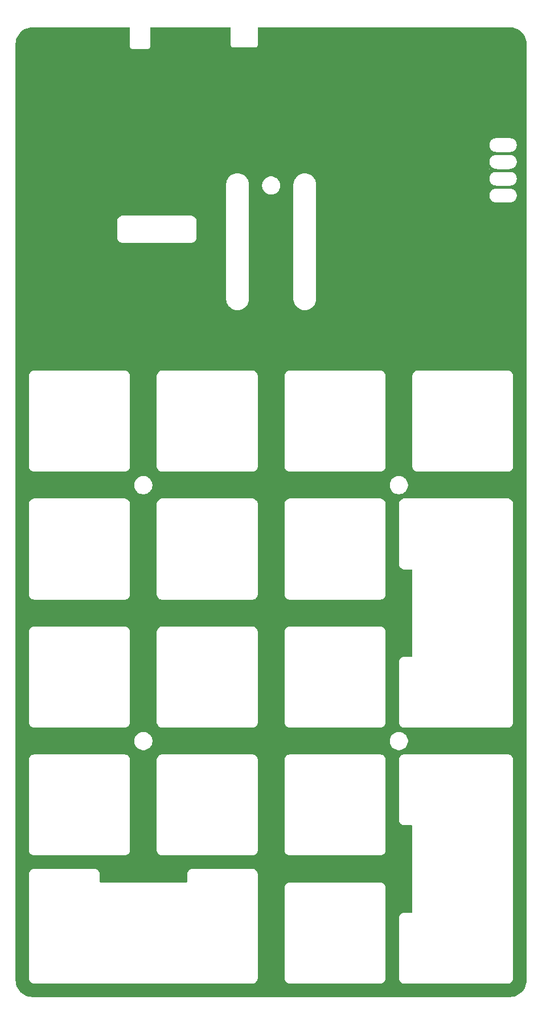
<source format=gbr>
%TF.GenerationSoftware,KiCad,Pcbnew,8.0.1*%
%TF.CreationDate,2024-04-11T23:32:48+09:00*%
%TF.ProjectId,Calciumor_SwitchCover,43616c63-6975-46d6-9f72-5f5377697463,rev?*%
%TF.SameCoordinates,Original*%
%TF.FileFunction,Copper,L2,Bot*%
%TF.FilePolarity,Positive*%
%FSLAX46Y46*%
G04 Gerber Fmt 4.6, Leading zero omitted, Abs format (unit mm)*
G04 Created by KiCad (PCBNEW 8.0.1) date 2024-04-11 23:32:48*
%MOMM*%
%LPD*%
G01*
G04 APERTURE LIST*
%TA.AperFunction,Conductor*%
%ADD10C,0.400000*%
%TD*%
%TA.AperFunction,Conductor*%
%ADD11C,0.200000*%
%TD*%
%TA.AperFunction,ViaPad*%
%ADD12C,0.800000*%
%TD*%
G04 APERTURE END LIST*
D10*
%TO.N,Earth*%
X140600000Y-56750000D02*
X145400000Y-56750000D01*
D11*
X140950000Y-51950000D02*
X140650000Y-51750000D01*
D10*
X142000000Y-54250000D02*
G75*
G02*
X142000000Y-51750000I0J1250000D01*
G01*
X140600000Y-54250000D02*
X145400000Y-54250000D01*
D11*
X144950000Y-52000000D02*
X145450000Y-51750000D01*
X145050000Y-54050000D02*
X144700000Y-54150000D01*
D10*
X144000000Y-51750000D02*
G75*
G02*
X144000000Y-54250000I0J-1250000D01*
G01*
D11*
X140650000Y-53950000D02*
X141300000Y-54050000D01*
D10*
X144000000Y-59250000D02*
G75*
G02*
X144000000Y-61750000I0J-1250000D01*
G01*
D11*
X140650000Y-56450000D02*
X141300000Y-56550000D01*
X140950000Y-54450000D02*
X140650000Y-54250000D01*
X145050000Y-56550000D02*
X144700000Y-56650000D01*
X144950000Y-54500000D02*
X145450000Y-54250000D01*
D10*
X142000000Y-59250000D02*
G75*
G02*
X142000000Y-56750000I0J1250000D01*
G01*
D11*
X145350000Y-57050000D02*
X144700000Y-56950000D01*
X145050000Y-59050000D02*
X145350000Y-59250000D01*
X141050000Y-59000000D02*
X140550000Y-59250000D01*
D10*
X144000000Y-56750000D02*
G75*
G02*
X144000000Y-59250000I0J-1250000D01*
G01*
D11*
X140650000Y-61450000D02*
X141300000Y-61550000D01*
X140950000Y-59450000D02*
X140650000Y-59250000D01*
D10*
X142000000Y-56750000D02*
G75*
G02*
X142000000Y-54250000I0J1250000D01*
G01*
D11*
X140950000Y-56950000D02*
X141300000Y-56850000D01*
X145050000Y-61550000D02*
X144700000Y-61650000D01*
X144950000Y-59500000D02*
X145450000Y-59250000D01*
D10*
X142000000Y-61750000D02*
G75*
G02*
X142000000Y-59250000I0J1250000D01*
G01*
X140650000Y-59250000D02*
X145450000Y-59250000D01*
X144000000Y-54250000D02*
G75*
G02*
X144000000Y-56750000I0J-1250000D01*
G01*
D11*
X87800000Y-38800000D02*
G75*
G02*
X87400000Y-38400000I0J400000D01*
G01*
X106600000Y-38200000D02*
G75*
G02*
X106200000Y-38600000I-400000J0D01*
G01*
X102800000Y-38600000D02*
G75*
G02*
X102400000Y-38200000I0J400000D01*
G01*
X90600000Y-38400000D02*
G75*
G02*
X90200000Y-38800000I-400000J0D01*
G01*
%TD*%
D12*
%TO.N,Earth*%
X108500000Y-103500000D03*
X127500000Y-122500000D03*
X89500000Y-84500000D03*
X89500000Y-160500000D03*
X127500000Y-84500000D03*
X108500000Y-141500000D03*
X127500000Y-160500000D03*
X89500000Y-122500000D03*
%TD*%
%TA.AperFunction,Conductor*%
%TO.N,Earth*%
G36*
X87443039Y-35520185D02*
G01*
X87488794Y-35572989D01*
X87500000Y-35624500D01*
X87500000Y-38700000D01*
X90500000Y-38700000D01*
X90500000Y-35624500D01*
X90519685Y-35557461D01*
X90572489Y-35511706D01*
X90624000Y-35500500D01*
X102376000Y-35500500D01*
X102443039Y-35520185D01*
X102488794Y-35572989D01*
X102500000Y-35624500D01*
X102500000Y-38500000D01*
X106500000Y-38500000D01*
X106500000Y-35624500D01*
X106519685Y-35557461D01*
X106572489Y-35511706D01*
X106624000Y-35500500D01*
X143934108Y-35500500D01*
X143996249Y-35500500D01*
X144003736Y-35500726D01*
X144293796Y-35518271D01*
X144308657Y-35520075D01*
X144512662Y-35557461D01*
X144590798Y-35571780D01*
X144605335Y-35575363D01*
X144879172Y-35660695D01*
X144893163Y-35666000D01*
X145154743Y-35783727D01*
X145167989Y-35790680D01*
X145413465Y-35939075D01*
X145425776Y-35947573D01*
X145651573Y-36124473D01*
X145662781Y-36134403D01*
X145865596Y-36337218D01*
X145875526Y-36348426D01*
X145995481Y-36501538D01*
X146052422Y-36574217D01*
X146060928Y-36586540D01*
X146209316Y-36832004D01*
X146216275Y-36845263D01*
X146333997Y-37106831D01*
X146339306Y-37120832D01*
X146424635Y-37394663D01*
X146428219Y-37409201D01*
X146479923Y-37691340D01*
X146481728Y-37706205D01*
X146499274Y-37996263D01*
X146499500Y-38003750D01*
X146499500Y-176996249D01*
X146499274Y-177003736D01*
X146481728Y-177293794D01*
X146479923Y-177308659D01*
X146428219Y-177590798D01*
X146424635Y-177605336D01*
X146339306Y-177879167D01*
X146333997Y-177893168D01*
X146216275Y-178154736D01*
X146209316Y-178167995D01*
X146060928Y-178413459D01*
X146052422Y-178425782D01*
X145875526Y-178651573D01*
X145865596Y-178662781D01*
X145662781Y-178865596D01*
X145651573Y-178875526D01*
X145425782Y-179052422D01*
X145413459Y-179060928D01*
X145167995Y-179209316D01*
X145154736Y-179216275D01*
X144893168Y-179333997D01*
X144879167Y-179339306D01*
X144605336Y-179424635D01*
X144590798Y-179428219D01*
X144308659Y-179479923D01*
X144293794Y-179481728D01*
X144003736Y-179499274D01*
X143996249Y-179499500D01*
X73003751Y-179499500D01*
X72996264Y-179499274D01*
X72706205Y-179481728D01*
X72691340Y-179479923D01*
X72409201Y-179428219D01*
X72394663Y-179424635D01*
X72120832Y-179339306D01*
X72106831Y-179333997D01*
X71845263Y-179216275D01*
X71832004Y-179209316D01*
X71586540Y-179060928D01*
X71574217Y-179052422D01*
X71348426Y-178875526D01*
X71337218Y-178865596D01*
X71134403Y-178662781D01*
X71124473Y-178651573D01*
X70947573Y-178425776D01*
X70939075Y-178413465D01*
X70790680Y-178167989D01*
X70783727Y-178154743D01*
X70666000Y-177893163D01*
X70660693Y-177879167D01*
X70575364Y-177605336D01*
X70571780Y-177590798D01*
X70520076Y-177308659D01*
X70518271Y-177293794D01*
X70500726Y-177003736D01*
X70500500Y-176996249D01*
X70500500Y-176778846D01*
X72499500Y-176778846D01*
X72530261Y-176933489D01*
X72530264Y-176933501D01*
X72590602Y-177079172D01*
X72590609Y-177079185D01*
X72678210Y-177210288D01*
X72678213Y-177210292D01*
X72789707Y-177321786D01*
X72789711Y-177321789D01*
X72920814Y-177409390D01*
X72920827Y-177409397D01*
X73066498Y-177469735D01*
X73066503Y-177469737D01*
X73221153Y-177500499D01*
X73221156Y-177500500D01*
X73221158Y-177500500D01*
X105778844Y-177500500D01*
X105778845Y-177500499D01*
X105933497Y-177469737D01*
X106079179Y-177409394D01*
X106210289Y-177321789D01*
X106321789Y-177210289D01*
X106409394Y-177079179D01*
X106469737Y-176933497D01*
X106500499Y-176778846D01*
X110499500Y-176778846D01*
X110530261Y-176933489D01*
X110530264Y-176933501D01*
X110590602Y-177079172D01*
X110590609Y-177079185D01*
X110678210Y-177210288D01*
X110678213Y-177210292D01*
X110789707Y-177321786D01*
X110789711Y-177321789D01*
X110920814Y-177409390D01*
X110920827Y-177409397D01*
X111066498Y-177469735D01*
X111066503Y-177469737D01*
X111221153Y-177500499D01*
X111221156Y-177500500D01*
X111221158Y-177500500D01*
X124778844Y-177500500D01*
X124778845Y-177500499D01*
X124933497Y-177469737D01*
X125079179Y-177409394D01*
X125210289Y-177321789D01*
X125321789Y-177210289D01*
X125409394Y-177079179D01*
X125469737Y-176933497D01*
X125500499Y-176778846D01*
X127499500Y-176778846D01*
X127530261Y-176933489D01*
X127530264Y-176933501D01*
X127590602Y-177079172D01*
X127590609Y-177079185D01*
X127678210Y-177210288D01*
X127678213Y-177210292D01*
X127789707Y-177321786D01*
X127789711Y-177321789D01*
X127920814Y-177409390D01*
X127920827Y-177409397D01*
X128066498Y-177469735D01*
X128066503Y-177469737D01*
X128221153Y-177500499D01*
X128221156Y-177500500D01*
X128221158Y-177500500D01*
X143778844Y-177500500D01*
X143778845Y-177500499D01*
X143933497Y-177469737D01*
X144079179Y-177409394D01*
X144210289Y-177321789D01*
X144321789Y-177210289D01*
X144409394Y-177079179D01*
X144469737Y-176933497D01*
X144500500Y-176778842D01*
X144500500Y-176700000D01*
X144500500Y-176634108D01*
X144500500Y-144234108D01*
X144500500Y-144221158D01*
X144500500Y-144221155D01*
X144500499Y-144221153D01*
X144469738Y-144066510D01*
X144469737Y-144066503D01*
X144469735Y-144066498D01*
X144409397Y-143920827D01*
X144409390Y-143920814D01*
X144321789Y-143789711D01*
X144321786Y-143789707D01*
X144210292Y-143678213D01*
X144210288Y-143678210D01*
X144079185Y-143590609D01*
X144079172Y-143590602D01*
X143933501Y-143530264D01*
X143933489Y-143530261D01*
X143778845Y-143499500D01*
X143778842Y-143499500D01*
X143765892Y-143499500D01*
X128365892Y-143499500D01*
X128300000Y-143499500D01*
X128221158Y-143499500D01*
X128221155Y-143499500D01*
X128066510Y-143530261D01*
X128066498Y-143530264D01*
X127920827Y-143590602D01*
X127920814Y-143590609D01*
X127789711Y-143678210D01*
X127789707Y-143678213D01*
X127678213Y-143789707D01*
X127678210Y-143789711D01*
X127590609Y-143920814D01*
X127590602Y-143920827D01*
X127530264Y-144066498D01*
X127530261Y-144066510D01*
X127499500Y-144221153D01*
X127499500Y-153278846D01*
X127530261Y-153433489D01*
X127530264Y-153433501D01*
X127590602Y-153579172D01*
X127590609Y-153579185D01*
X127678210Y-153710288D01*
X127678213Y-153710292D01*
X127789707Y-153821786D01*
X127789711Y-153821789D01*
X127920814Y-153909390D01*
X127920827Y-153909397D01*
X128066498Y-153969735D01*
X128066503Y-153969737D01*
X128221153Y-154000499D01*
X128221156Y-154000500D01*
X128221158Y-154000500D01*
X128234108Y-154000500D01*
X129375500Y-154000500D01*
X129442539Y-154020185D01*
X129488294Y-154072989D01*
X129499500Y-154124500D01*
X129499500Y-166875500D01*
X129479815Y-166942539D01*
X129427011Y-166988294D01*
X129375500Y-166999500D01*
X128221155Y-166999500D01*
X128066510Y-167030261D01*
X128066498Y-167030264D01*
X127920827Y-167090602D01*
X127920814Y-167090609D01*
X127789711Y-167178210D01*
X127789707Y-167178213D01*
X127678213Y-167289707D01*
X127678210Y-167289711D01*
X127590609Y-167420814D01*
X127590602Y-167420827D01*
X127530264Y-167566498D01*
X127530261Y-167566510D01*
X127499500Y-167721153D01*
X127499500Y-176778846D01*
X125500499Y-176778846D01*
X125500500Y-176778842D01*
X125500500Y-176700000D01*
X125500500Y-176634108D01*
X125500500Y-163234108D01*
X125500500Y-163221158D01*
X125500500Y-163221155D01*
X125500499Y-163221153D01*
X125469738Y-163066510D01*
X125469737Y-163066503D01*
X125414645Y-162933497D01*
X125409397Y-162920827D01*
X125409390Y-162920814D01*
X125321789Y-162789711D01*
X125321786Y-162789707D01*
X125210292Y-162678213D01*
X125210288Y-162678210D01*
X125079185Y-162590609D01*
X125079172Y-162590602D01*
X124933501Y-162530264D01*
X124933489Y-162530261D01*
X124778845Y-162499500D01*
X124778842Y-162499500D01*
X124765892Y-162499500D01*
X111365892Y-162499500D01*
X111300000Y-162499500D01*
X111221158Y-162499500D01*
X111221155Y-162499500D01*
X111066510Y-162530261D01*
X111066498Y-162530264D01*
X110920827Y-162590602D01*
X110920814Y-162590609D01*
X110789711Y-162678210D01*
X110789707Y-162678213D01*
X110678213Y-162789707D01*
X110678210Y-162789711D01*
X110590609Y-162920814D01*
X110590602Y-162920827D01*
X110530264Y-163066498D01*
X110530261Y-163066510D01*
X110499500Y-163221153D01*
X110499500Y-176778846D01*
X106500499Y-176778846D01*
X106500500Y-176778842D01*
X106500500Y-176700000D01*
X106500500Y-176634108D01*
X106500500Y-161234108D01*
X106500500Y-161221158D01*
X106500500Y-161221155D01*
X106500499Y-161221153D01*
X106469738Y-161066510D01*
X106469737Y-161066503D01*
X106469735Y-161066498D01*
X106409397Y-160920827D01*
X106409390Y-160920814D01*
X106321789Y-160789711D01*
X106321786Y-160789707D01*
X106210292Y-160678213D01*
X106210288Y-160678210D01*
X106079185Y-160590609D01*
X106079172Y-160590602D01*
X105933501Y-160530264D01*
X105933489Y-160530261D01*
X105778845Y-160499500D01*
X105778842Y-160499500D01*
X105765892Y-160499500D01*
X96865892Y-160499500D01*
X96800000Y-160499500D01*
X96721158Y-160499500D01*
X96721155Y-160499500D01*
X96566510Y-160530261D01*
X96566498Y-160530264D01*
X96420827Y-160590602D01*
X96420814Y-160590609D01*
X96289711Y-160678210D01*
X96289707Y-160678213D01*
X96178213Y-160789707D01*
X96178210Y-160789711D01*
X96090609Y-160920814D01*
X96090602Y-160920827D01*
X96030264Y-161066498D01*
X96030261Y-161066510D01*
X95999500Y-161221153D01*
X95999500Y-162375500D01*
X95979815Y-162442539D01*
X95927011Y-162488294D01*
X95875500Y-162499500D01*
X83124500Y-162499500D01*
X83057461Y-162479815D01*
X83011706Y-162427011D01*
X83000500Y-162375500D01*
X83000500Y-161221155D01*
X83000499Y-161221153D01*
X82969738Y-161066510D01*
X82969737Y-161066503D01*
X82969735Y-161066498D01*
X82909397Y-160920827D01*
X82909390Y-160920814D01*
X82821789Y-160789711D01*
X82821786Y-160789707D01*
X82710292Y-160678213D01*
X82710288Y-160678210D01*
X82579185Y-160590609D01*
X82579172Y-160590602D01*
X82433501Y-160530264D01*
X82433489Y-160530261D01*
X82278845Y-160499500D01*
X82278842Y-160499500D01*
X82265892Y-160499500D01*
X73365892Y-160499500D01*
X73300000Y-160499500D01*
X73221158Y-160499500D01*
X73221155Y-160499500D01*
X73066510Y-160530261D01*
X73066498Y-160530264D01*
X72920827Y-160590602D01*
X72920814Y-160590609D01*
X72789711Y-160678210D01*
X72789707Y-160678213D01*
X72678213Y-160789707D01*
X72678210Y-160789711D01*
X72590609Y-160920814D01*
X72590602Y-160920827D01*
X72530264Y-161066498D01*
X72530261Y-161066510D01*
X72499500Y-161221153D01*
X72499500Y-176778846D01*
X70500500Y-176778846D01*
X70500500Y-157778846D01*
X72499500Y-157778846D01*
X72530261Y-157933489D01*
X72530264Y-157933501D01*
X72590602Y-158079172D01*
X72590609Y-158079185D01*
X72678210Y-158210288D01*
X72678213Y-158210292D01*
X72789707Y-158321786D01*
X72789711Y-158321789D01*
X72920814Y-158409390D01*
X72920827Y-158409397D01*
X73066498Y-158469735D01*
X73066503Y-158469737D01*
X73221153Y-158500499D01*
X73221156Y-158500500D01*
X73221158Y-158500500D01*
X86778844Y-158500500D01*
X86778845Y-158500499D01*
X86933497Y-158469737D01*
X87079179Y-158409394D01*
X87210289Y-158321789D01*
X87321789Y-158210289D01*
X87409394Y-158079179D01*
X87469737Y-157933497D01*
X87500499Y-157778846D01*
X91499500Y-157778846D01*
X91530261Y-157933489D01*
X91530264Y-157933501D01*
X91590602Y-158079172D01*
X91590609Y-158079185D01*
X91678210Y-158210288D01*
X91678213Y-158210292D01*
X91789707Y-158321786D01*
X91789711Y-158321789D01*
X91920814Y-158409390D01*
X91920827Y-158409397D01*
X92066498Y-158469735D01*
X92066503Y-158469737D01*
X92221153Y-158500499D01*
X92221156Y-158500500D01*
X92221158Y-158500500D01*
X105778844Y-158500500D01*
X105778845Y-158500499D01*
X105933497Y-158469737D01*
X106079179Y-158409394D01*
X106210289Y-158321789D01*
X106321789Y-158210289D01*
X106409394Y-158079179D01*
X106469737Y-157933497D01*
X106500499Y-157778846D01*
X110499500Y-157778846D01*
X110530261Y-157933489D01*
X110530264Y-157933501D01*
X110590602Y-158079172D01*
X110590609Y-158079185D01*
X110678210Y-158210288D01*
X110678213Y-158210292D01*
X110789707Y-158321786D01*
X110789711Y-158321789D01*
X110920814Y-158409390D01*
X110920827Y-158409397D01*
X111066498Y-158469735D01*
X111066503Y-158469737D01*
X111221153Y-158500499D01*
X111221156Y-158500500D01*
X111221158Y-158500500D01*
X124778844Y-158500500D01*
X124778845Y-158500499D01*
X124933497Y-158469737D01*
X125079179Y-158409394D01*
X125210289Y-158321789D01*
X125321789Y-158210289D01*
X125409394Y-158079179D01*
X125469737Y-157933497D01*
X125500500Y-157778842D01*
X125500500Y-157700000D01*
X125500500Y-157634108D01*
X125500500Y-144234108D01*
X125500500Y-144221158D01*
X125500500Y-144221155D01*
X125500499Y-144221153D01*
X125469738Y-144066510D01*
X125469737Y-144066503D01*
X125469735Y-144066498D01*
X125409397Y-143920827D01*
X125409390Y-143920814D01*
X125321789Y-143789711D01*
X125321786Y-143789707D01*
X125210292Y-143678213D01*
X125210288Y-143678210D01*
X125079185Y-143590609D01*
X125079172Y-143590602D01*
X124933501Y-143530264D01*
X124933489Y-143530261D01*
X124778845Y-143499500D01*
X124778842Y-143499500D01*
X124765892Y-143499500D01*
X111365892Y-143499500D01*
X111300000Y-143499500D01*
X111221158Y-143499500D01*
X111221155Y-143499500D01*
X111066510Y-143530261D01*
X111066498Y-143530264D01*
X110920827Y-143590602D01*
X110920814Y-143590609D01*
X110789711Y-143678210D01*
X110789707Y-143678213D01*
X110678213Y-143789707D01*
X110678210Y-143789711D01*
X110590609Y-143920814D01*
X110590602Y-143920827D01*
X110530264Y-144066498D01*
X110530261Y-144066510D01*
X110499500Y-144221153D01*
X110499500Y-157778846D01*
X106500499Y-157778846D01*
X106500500Y-157778842D01*
X106500500Y-157700000D01*
X106500500Y-157634108D01*
X106500500Y-144234108D01*
X106500500Y-144221158D01*
X106500500Y-144221155D01*
X106500499Y-144221153D01*
X106469738Y-144066510D01*
X106469737Y-144066503D01*
X106469735Y-144066498D01*
X106409397Y-143920827D01*
X106409390Y-143920814D01*
X106321789Y-143789711D01*
X106321786Y-143789707D01*
X106210292Y-143678213D01*
X106210288Y-143678210D01*
X106079185Y-143590609D01*
X106079172Y-143590602D01*
X105933501Y-143530264D01*
X105933489Y-143530261D01*
X105778845Y-143499500D01*
X105778842Y-143499500D01*
X105765892Y-143499500D01*
X92365892Y-143499500D01*
X92300000Y-143499500D01*
X92221158Y-143499500D01*
X92221155Y-143499500D01*
X92066510Y-143530261D01*
X92066498Y-143530264D01*
X91920827Y-143590602D01*
X91920814Y-143590609D01*
X91789711Y-143678210D01*
X91789707Y-143678213D01*
X91678213Y-143789707D01*
X91678210Y-143789711D01*
X91590609Y-143920814D01*
X91590602Y-143920827D01*
X91530264Y-144066498D01*
X91530261Y-144066510D01*
X91499500Y-144221153D01*
X91499500Y-157778846D01*
X87500499Y-157778846D01*
X87500500Y-157778842D01*
X87500500Y-157700000D01*
X87500500Y-157634108D01*
X87500500Y-144234108D01*
X87500500Y-144221158D01*
X87500500Y-144221155D01*
X87500499Y-144221153D01*
X87469738Y-144066510D01*
X87469737Y-144066503D01*
X87469735Y-144066498D01*
X87409397Y-143920827D01*
X87409390Y-143920814D01*
X87321789Y-143789711D01*
X87321786Y-143789707D01*
X87210292Y-143678213D01*
X87210288Y-143678210D01*
X87079185Y-143590609D01*
X87079172Y-143590602D01*
X86933501Y-143530264D01*
X86933489Y-143530261D01*
X86778845Y-143499500D01*
X86778842Y-143499500D01*
X86765892Y-143499500D01*
X73365892Y-143499500D01*
X73300000Y-143499500D01*
X73221158Y-143499500D01*
X73221155Y-143499500D01*
X73066510Y-143530261D01*
X73066498Y-143530264D01*
X72920827Y-143590602D01*
X72920814Y-143590609D01*
X72789711Y-143678210D01*
X72789707Y-143678213D01*
X72678213Y-143789707D01*
X72678210Y-143789711D01*
X72590609Y-143920814D01*
X72590602Y-143920827D01*
X72530264Y-144066498D01*
X72530261Y-144066510D01*
X72499500Y-144221153D01*
X72499500Y-157778846D01*
X70500500Y-157778846D01*
X70500500Y-141606286D01*
X88149500Y-141606286D01*
X88182753Y-141816239D01*
X88248444Y-142018414D01*
X88344951Y-142207820D01*
X88469890Y-142379786D01*
X88620213Y-142530109D01*
X88792179Y-142655048D01*
X88792181Y-142655049D01*
X88792184Y-142655051D01*
X88981588Y-142751557D01*
X89183757Y-142817246D01*
X89393713Y-142850500D01*
X89393714Y-142850500D01*
X89606286Y-142850500D01*
X89606287Y-142850500D01*
X89816243Y-142817246D01*
X90018412Y-142751557D01*
X90207816Y-142655051D01*
X90229789Y-142639086D01*
X90379786Y-142530109D01*
X90379788Y-142530106D01*
X90379792Y-142530104D01*
X90530104Y-142379792D01*
X90530106Y-142379788D01*
X90530109Y-142379786D01*
X90655048Y-142207820D01*
X90655047Y-142207820D01*
X90655051Y-142207816D01*
X90751557Y-142018412D01*
X90817246Y-141816243D01*
X90850500Y-141606287D01*
X90850500Y-141606286D01*
X126149500Y-141606286D01*
X126182753Y-141816239D01*
X126248444Y-142018414D01*
X126344951Y-142207820D01*
X126469890Y-142379786D01*
X126620213Y-142530109D01*
X126792179Y-142655048D01*
X126792181Y-142655049D01*
X126792184Y-142655051D01*
X126981588Y-142751557D01*
X127183757Y-142817246D01*
X127393713Y-142850500D01*
X127393714Y-142850500D01*
X127606286Y-142850500D01*
X127606287Y-142850500D01*
X127816243Y-142817246D01*
X128018412Y-142751557D01*
X128207816Y-142655051D01*
X128229789Y-142639086D01*
X128379786Y-142530109D01*
X128379788Y-142530106D01*
X128379792Y-142530104D01*
X128530104Y-142379792D01*
X128530106Y-142379788D01*
X128530109Y-142379786D01*
X128655048Y-142207820D01*
X128655047Y-142207820D01*
X128655051Y-142207816D01*
X128751557Y-142018412D01*
X128817246Y-141816243D01*
X128850500Y-141606287D01*
X128850500Y-141393713D01*
X128817246Y-141183757D01*
X128751557Y-140981588D01*
X128655051Y-140792184D01*
X128655049Y-140792181D01*
X128655048Y-140792179D01*
X128530109Y-140620213D01*
X128379786Y-140469890D01*
X128207820Y-140344951D01*
X128018414Y-140248444D01*
X128018413Y-140248443D01*
X128018412Y-140248443D01*
X127816243Y-140182754D01*
X127816241Y-140182753D01*
X127816240Y-140182753D01*
X127654957Y-140157208D01*
X127606287Y-140149500D01*
X127393713Y-140149500D01*
X127345042Y-140157208D01*
X127183760Y-140182753D01*
X126981585Y-140248444D01*
X126792179Y-140344951D01*
X126620213Y-140469890D01*
X126469890Y-140620213D01*
X126344951Y-140792179D01*
X126248444Y-140981585D01*
X126182753Y-141183760D01*
X126149500Y-141393713D01*
X126149500Y-141606286D01*
X90850500Y-141606286D01*
X90850500Y-141393713D01*
X90817246Y-141183757D01*
X90751557Y-140981588D01*
X90655051Y-140792184D01*
X90655049Y-140792181D01*
X90655048Y-140792179D01*
X90530109Y-140620213D01*
X90379786Y-140469890D01*
X90207820Y-140344951D01*
X90018414Y-140248444D01*
X90018413Y-140248443D01*
X90018412Y-140248443D01*
X89816243Y-140182754D01*
X89816241Y-140182753D01*
X89816240Y-140182753D01*
X89654957Y-140157208D01*
X89606287Y-140149500D01*
X89393713Y-140149500D01*
X89345042Y-140157208D01*
X89183760Y-140182753D01*
X88981585Y-140248444D01*
X88792179Y-140344951D01*
X88620213Y-140469890D01*
X88469890Y-140620213D01*
X88344951Y-140792179D01*
X88248444Y-140981585D01*
X88182753Y-141183760D01*
X88149500Y-141393713D01*
X88149500Y-141606286D01*
X70500500Y-141606286D01*
X70500500Y-138778846D01*
X72499500Y-138778846D01*
X72530261Y-138933489D01*
X72530264Y-138933501D01*
X72590602Y-139079172D01*
X72590609Y-139079185D01*
X72678210Y-139210288D01*
X72678213Y-139210292D01*
X72789707Y-139321786D01*
X72789711Y-139321789D01*
X72920814Y-139409390D01*
X72920827Y-139409397D01*
X73066498Y-139469735D01*
X73066503Y-139469737D01*
X73221153Y-139500499D01*
X73221156Y-139500500D01*
X73221158Y-139500500D01*
X86778844Y-139500500D01*
X86778845Y-139500499D01*
X86933497Y-139469737D01*
X87079179Y-139409394D01*
X87210289Y-139321789D01*
X87321789Y-139210289D01*
X87409394Y-139079179D01*
X87469737Y-138933497D01*
X87500499Y-138778846D01*
X91499500Y-138778846D01*
X91530261Y-138933489D01*
X91530264Y-138933501D01*
X91590602Y-139079172D01*
X91590609Y-139079185D01*
X91678210Y-139210288D01*
X91678213Y-139210292D01*
X91789707Y-139321786D01*
X91789711Y-139321789D01*
X91920814Y-139409390D01*
X91920827Y-139409397D01*
X92066498Y-139469735D01*
X92066503Y-139469737D01*
X92221153Y-139500499D01*
X92221156Y-139500500D01*
X92221158Y-139500500D01*
X105778844Y-139500500D01*
X105778845Y-139500499D01*
X105933497Y-139469737D01*
X106079179Y-139409394D01*
X106210289Y-139321789D01*
X106321789Y-139210289D01*
X106409394Y-139079179D01*
X106469737Y-138933497D01*
X106500499Y-138778846D01*
X110499500Y-138778846D01*
X110530261Y-138933489D01*
X110530264Y-138933501D01*
X110590602Y-139079172D01*
X110590609Y-139079185D01*
X110678210Y-139210288D01*
X110678213Y-139210292D01*
X110789707Y-139321786D01*
X110789711Y-139321789D01*
X110920814Y-139409390D01*
X110920827Y-139409397D01*
X111066498Y-139469735D01*
X111066503Y-139469737D01*
X111221153Y-139500499D01*
X111221156Y-139500500D01*
X111221158Y-139500500D01*
X124778844Y-139500500D01*
X124778845Y-139500499D01*
X124933497Y-139469737D01*
X125079179Y-139409394D01*
X125210289Y-139321789D01*
X125321789Y-139210289D01*
X125409394Y-139079179D01*
X125469737Y-138933497D01*
X125500499Y-138778846D01*
X127499500Y-138778846D01*
X127530261Y-138933489D01*
X127530264Y-138933501D01*
X127590602Y-139079172D01*
X127590609Y-139079185D01*
X127678210Y-139210288D01*
X127678213Y-139210292D01*
X127789707Y-139321786D01*
X127789711Y-139321789D01*
X127920814Y-139409390D01*
X127920827Y-139409397D01*
X128066498Y-139469735D01*
X128066503Y-139469737D01*
X128221153Y-139500499D01*
X128221156Y-139500500D01*
X128221158Y-139500500D01*
X143778844Y-139500500D01*
X143778845Y-139500499D01*
X143933497Y-139469737D01*
X144079179Y-139409394D01*
X144210289Y-139321789D01*
X144321789Y-139210289D01*
X144409394Y-139079179D01*
X144469737Y-138933497D01*
X144500500Y-138778842D01*
X144500500Y-138700000D01*
X144500500Y-138634108D01*
X144500500Y-106234108D01*
X144500500Y-106221158D01*
X144500500Y-106221155D01*
X144500499Y-106221153D01*
X144469738Y-106066510D01*
X144469737Y-106066503D01*
X144469735Y-106066498D01*
X144409397Y-105920827D01*
X144409390Y-105920814D01*
X144321789Y-105789711D01*
X144321786Y-105789707D01*
X144210292Y-105678213D01*
X144210288Y-105678210D01*
X144079185Y-105590609D01*
X144079172Y-105590602D01*
X143933501Y-105530264D01*
X143933489Y-105530261D01*
X143778845Y-105499500D01*
X143778842Y-105499500D01*
X143765892Y-105499500D01*
X128365892Y-105499500D01*
X128300000Y-105499500D01*
X128221158Y-105499500D01*
X128221155Y-105499500D01*
X128066510Y-105530261D01*
X128066498Y-105530264D01*
X127920827Y-105590602D01*
X127920814Y-105590609D01*
X127789711Y-105678210D01*
X127789707Y-105678213D01*
X127678213Y-105789707D01*
X127678210Y-105789711D01*
X127590609Y-105920814D01*
X127590602Y-105920827D01*
X127530264Y-106066498D01*
X127530261Y-106066510D01*
X127499500Y-106221153D01*
X127499500Y-115278846D01*
X127530261Y-115433489D01*
X127530264Y-115433501D01*
X127590602Y-115579172D01*
X127590609Y-115579185D01*
X127678210Y-115710288D01*
X127678213Y-115710292D01*
X127789707Y-115821786D01*
X127789711Y-115821789D01*
X127920814Y-115909390D01*
X127920827Y-115909397D01*
X128066498Y-115969735D01*
X128066503Y-115969737D01*
X128221153Y-116000499D01*
X128221156Y-116000500D01*
X128221158Y-116000500D01*
X128234108Y-116000500D01*
X129375500Y-116000500D01*
X129442539Y-116020185D01*
X129488294Y-116072989D01*
X129499500Y-116124500D01*
X129499500Y-128875500D01*
X129479815Y-128942539D01*
X129427011Y-128988294D01*
X129375500Y-128999500D01*
X128221155Y-128999500D01*
X128066510Y-129030261D01*
X128066498Y-129030264D01*
X127920827Y-129090602D01*
X127920814Y-129090609D01*
X127789711Y-129178210D01*
X127789707Y-129178213D01*
X127678213Y-129289707D01*
X127678210Y-129289711D01*
X127590609Y-129420814D01*
X127590602Y-129420827D01*
X127530264Y-129566498D01*
X127530261Y-129566510D01*
X127499500Y-129721153D01*
X127499500Y-138778846D01*
X125500499Y-138778846D01*
X125500500Y-138778842D01*
X125500500Y-138700000D01*
X125500500Y-138634108D01*
X125500500Y-125234108D01*
X125500500Y-125221158D01*
X125500500Y-125221155D01*
X125500499Y-125221153D01*
X125469738Y-125066510D01*
X125469737Y-125066503D01*
X125469735Y-125066498D01*
X125409397Y-124920827D01*
X125409390Y-124920814D01*
X125321789Y-124789711D01*
X125321786Y-124789707D01*
X125210292Y-124678213D01*
X125210288Y-124678210D01*
X125079185Y-124590609D01*
X125079172Y-124590602D01*
X124933501Y-124530264D01*
X124933489Y-124530261D01*
X124778845Y-124499500D01*
X124778842Y-124499500D01*
X124765892Y-124499500D01*
X111365892Y-124499500D01*
X111300000Y-124499500D01*
X111221158Y-124499500D01*
X111221155Y-124499500D01*
X111066510Y-124530261D01*
X111066498Y-124530264D01*
X110920827Y-124590602D01*
X110920814Y-124590609D01*
X110789711Y-124678210D01*
X110789707Y-124678213D01*
X110678213Y-124789707D01*
X110678210Y-124789711D01*
X110590609Y-124920814D01*
X110590602Y-124920827D01*
X110530264Y-125066498D01*
X110530261Y-125066510D01*
X110499500Y-125221153D01*
X110499500Y-138778846D01*
X106500499Y-138778846D01*
X106500500Y-138778842D01*
X106500500Y-138700000D01*
X106500500Y-138634108D01*
X106500500Y-125234108D01*
X106500500Y-125221158D01*
X106500500Y-125221155D01*
X106500499Y-125221153D01*
X106469738Y-125066510D01*
X106469737Y-125066503D01*
X106469735Y-125066498D01*
X106409397Y-124920827D01*
X106409390Y-124920814D01*
X106321789Y-124789711D01*
X106321786Y-124789707D01*
X106210292Y-124678213D01*
X106210288Y-124678210D01*
X106079185Y-124590609D01*
X106079172Y-124590602D01*
X105933501Y-124530264D01*
X105933489Y-124530261D01*
X105778845Y-124499500D01*
X105778842Y-124499500D01*
X105765892Y-124499500D01*
X92365892Y-124499500D01*
X92300000Y-124499500D01*
X92221158Y-124499500D01*
X92221155Y-124499500D01*
X92066510Y-124530261D01*
X92066498Y-124530264D01*
X91920827Y-124590602D01*
X91920814Y-124590609D01*
X91789711Y-124678210D01*
X91789707Y-124678213D01*
X91678213Y-124789707D01*
X91678210Y-124789711D01*
X91590609Y-124920814D01*
X91590602Y-124920827D01*
X91530264Y-125066498D01*
X91530261Y-125066510D01*
X91499500Y-125221153D01*
X91499500Y-138778846D01*
X87500499Y-138778846D01*
X87500500Y-138778842D01*
X87500500Y-138700000D01*
X87500500Y-138634108D01*
X87500500Y-125234108D01*
X87500500Y-125221158D01*
X87500500Y-125221155D01*
X87500499Y-125221153D01*
X87469738Y-125066510D01*
X87469737Y-125066503D01*
X87469735Y-125066498D01*
X87409397Y-124920827D01*
X87409390Y-124920814D01*
X87321789Y-124789711D01*
X87321786Y-124789707D01*
X87210292Y-124678213D01*
X87210288Y-124678210D01*
X87079185Y-124590609D01*
X87079172Y-124590602D01*
X86933501Y-124530264D01*
X86933489Y-124530261D01*
X86778845Y-124499500D01*
X86778842Y-124499500D01*
X86765892Y-124499500D01*
X73365892Y-124499500D01*
X73300000Y-124499500D01*
X73221158Y-124499500D01*
X73221155Y-124499500D01*
X73066510Y-124530261D01*
X73066498Y-124530264D01*
X72920827Y-124590602D01*
X72920814Y-124590609D01*
X72789711Y-124678210D01*
X72789707Y-124678213D01*
X72678213Y-124789707D01*
X72678210Y-124789711D01*
X72590609Y-124920814D01*
X72590602Y-124920827D01*
X72530264Y-125066498D01*
X72530261Y-125066510D01*
X72499500Y-125221153D01*
X72499500Y-138778846D01*
X70500500Y-138778846D01*
X70500500Y-119778846D01*
X72499500Y-119778846D01*
X72530261Y-119933489D01*
X72530264Y-119933501D01*
X72590602Y-120079172D01*
X72590609Y-120079185D01*
X72678210Y-120210288D01*
X72678213Y-120210292D01*
X72789707Y-120321786D01*
X72789711Y-120321789D01*
X72920814Y-120409390D01*
X72920827Y-120409397D01*
X73066498Y-120469735D01*
X73066503Y-120469737D01*
X73221153Y-120500499D01*
X73221156Y-120500500D01*
X73221158Y-120500500D01*
X86778844Y-120500500D01*
X86778845Y-120500499D01*
X86933497Y-120469737D01*
X87079179Y-120409394D01*
X87210289Y-120321789D01*
X87321789Y-120210289D01*
X87409394Y-120079179D01*
X87469737Y-119933497D01*
X87500499Y-119778846D01*
X91499500Y-119778846D01*
X91530261Y-119933489D01*
X91530264Y-119933501D01*
X91590602Y-120079172D01*
X91590609Y-120079185D01*
X91678210Y-120210288D01*
X91678213Y-120210292D01*
X91789707Y-120321786D01*
X91789711Y-120321789D01*
X91920814Y-120409390D01*
X91920827Y-120409397D01*
X92066498Y-120469735D01*
X92066503Y-120469737D01*
X92221153Y-120500499D01*
X92221156Y-120500500D01*
X92221158Y-120500500D01*
X105778844Y-120500500D01*
X105778845Y-120500499D01*
X105933497Y-120469737D01*
X106079179Y-120409394D01*
X106210289Y-120321789D01*
X106321789Y-120210289D01*
X106409394Y-120079179D01*
X106469737Y-119933497D01*
X106500499Y-119778846D01*
X110499500Y-119778846D01*
X110530261Y-119933489D01*
X110530264Y-119933501D01*
X110590602Y-120079172D01*
X110590609Y-120079185D01*
X110678210Y-120210288D01*
X110678213Y-120210292D01*
X110789707Y-120321786D01*
X110789711Y-120321789D01*
X110920814Y-120409390D01*
X110920827Y-120409397D01*
X111066498Y-120469735D01*
X111066503Y-120469737D01*
X111221153Y-120500499D01*
X111221156Y-120500500D01*
X111221158Y-120500500D01*
X124778844Y-120500500D01*
X124778845Y-120500499D01*
X124933497Y-120469737D01*
X125079179Y-120409394D01*
X125210289Y-120321789D01*
X125321789Y-120210289D01*
X125409394Y-120079179D01*
X125469737Y-119933497D01*
X125500500Y-119778842D01*
X125500500Y-119700000D01*
X125500500Y-119634108D01*
X125500500Y-106234108D01*
X125500500Y-106221158D01*
X125500500Y-106221155D01*
X125500499Y-106221153D01*
X125469738Y-106066510D01*
X125469737Y-106066503D01*
X125469735Y-106066498D01*
X125409397Y-105920827D01*
X125409390Y-105920814D01*
X125321789Y-105789711D01*
X125321786Y-105789707D01*
X125210292Y-105678213D01*
X125210288Y-105678210D01*
X125079185Y-105590609D01*
X125079172Y-105590602D01*
X124933501Y-105530264D01*
X124933489Y-105530261D01*
X124778845Y-105499500D01*
X124778842Y-105499500D01*
X124765892Y-105499500D01*
X111365892Y-105499500D01*
X111300000Y-105499500D01*
X111221158Y-105499500D01*
X111221155Y-105499500D01*
X111066510Y-105530261D01*
X111066498Y-105530264D01*
X110920827Y-105590602D01*
X110920814Y-105590609D01*
X110789711Y-105678210D01*
X110789707Y-105678213D01*
X110678213Y-105789707D01*
X110678210Y-105789711D01*
X110590609Y-105920814D01*
X110590602Y-105920827D01*
X110530264Y-106066498D01*
X110530261Y-106066510D01*
X110499500Y-106221153D01*
X110499500Y-119778846D01*
X106500499Y-119778846D01*
X106500500Y-119778842D01*
X106500500Y-119700000D01*
X106500500Y-119634108D01*
X106500500Y-106234108D01*
X106500500Y-106221158D01*
X106500500Y-106221155D01*
X106500499Y-106221153D01*
X106469738Y-106066510D01*
X106469737Y-106066503D01*
X106469735Y-106066498D01*
X106409397Y-105920827D01*
X106409390Y-105920814D01*
X106321789Y-105789711D01*
X106321786Y-105789707D01*
X106210292Y-105678213D01*
X106210288Y-105678210D01*
X106079185Y-105590609D01*
X106079172Y-105590602D01*
X105933501Y-105530264D01*
X105933489Y-105530261D01*
X105778845Y-105499500D01*
X105778842Y-105499500D01*
X105765892Y-105499500D01*
X92365892Y-105499500D01*
X92300000Y-105499500D01*
X92221158Y-105499500D01*
X92221155Y-105499500D01*
X92066510Y-105530261D01*
X92066498Y-105530264D01*
X91920827Y-105590602D01*
X91920814Y-105590609D01*
X91789711Y-105678210D01*
X91789707Y-105678213D01*
X91678213Y-105789707D01*
X91678210Y-105789711D01*
X91590609Y-105920814D01*
X91590602Y-105920827D01*
X91530264Y-106066498D01*
X91530261Y-106066510D01*
X91499500Y-106221153D01*
X91499500Y-119778846D01*
X87500499Y-119778846D01*
X87500500Y-119778842D01*
X87500500Y-119700000D01*
X87500500Y-119634108D01*
X87500500Y-106234108D01*
X87500500Y-106221158D01*
X87500500Y-106221155D01*
X87500499Y-106221153D01*
X87469738Y-106066510D01*
X87469737Y-106066503D01*
X87469735Y-106066498D01*
X87409397Y-105920827D01*
X87409390Y-105920814D01*
X87321789Y-105789711D01*
X87321786Y-105789707D01*
X87210292Y-105678213D01*
X87210288Y-105678210D01*
X87079185Y-105590609D01*
X87079172Y-105590602D01*
X86933501Y-105530264D01*
X86933489Y-105530261D01*
X86778845Y-105499500D01*
X86778842Y-105499500D01*
X86765892Y-105499500D01*
X73365892Y-105499500D01*
X73300000Y-105499500D01*
X73221158Y-105499500D01*
X73221155Y-105499500D01*
X73066510Y-105530261D01*
X73066498Y-105530264D01*
X72920827Y-105590602D01*
X72920814Y-105590609D01*
X72789711Y-105678210D01*
X72789707Y-105678213D01*
X72678213Y-105789707D01*
X72678210Y-105789711D01*
X72590609Y-105920814D01*
X72590602Y-105920827D01*
X72530264Y-106066498D01*
X72530261Y-106066510D01*
X72499500Y-106221153D01*
X72499500Y-119778846D01*
X70500500Y-119778846D01*
X70500500Y-103606286D01*
X88149500Y-103606286D01*
X88182753Y-103816239D01*
X88248444Y-104018414D01*
X88344951Y-104207820D01*
X88469890Y-104379786D01*
X88620213Y-104530109D01*
X88792179Y-104655048D01*
X88792181Y-104655049D01*
X88792184Y-104655051D01*
X88981588Y-104751557D01*
X89183757Y-104817246D01*
X89393713Y-104850500D01*
X89393714Y-104850500D01*
X89606286Y-104850500D01*
X89606287Y-104850500D01*
X89816243Y-104817246D01*
X90018412Y-104751557D01*
X90207816Y-104655051D01*
X90229789Y-104639086D01*
X90379786Y-104530109D01*
X90379788Y-104530106D01*
X90379792Y-104530104D01*
X90530104Y-104379792D01*
X90530106Y-104379788D01*
X90530109Y-104379786D01*
X90655048Y-104207820D01*
X90655047Y-104207820D01*
X90655051Y-104207816D01*
X90751557Y-104018412D01*
X90817246Y-103816243D01*
X90850500Y-103606287D01*
X90850500Y-103606286D01*
X126149500Y-103606286D01*
X126182753Y-103816239D01*
X126248444Y-104018414D01*
X126344951Y-104207820D01*
X126469890Y-104379786D01*
X126620213Y-104530109D01*
X126792179Y-104655048D01*
X126792181Y-104655049D01*
X126792184Y-104655051D01*
X126981588Y-104751557D01*
X127183757Y-104817246D01*
X127393713Y-104850500D01*
X127393714Y-104850500D01*
X127606286Y-104850500D01*
X127606287Y-104850500D01*
X127816243Y-104817246D01*
X128018412Y-104751557D01*
X128207816Y-104655051D01*
X128229789Y-104639086D01*
X128379786Y-104530109D01*
X128379788Y-104530106D01*
X128379792Y-104530104D01*
X128530104Y-104379792D01*
X128530106Y-104379788D01*
X128530109Y-104379786D01*
X128655048Y-104207820D01*
X128655047Y-104207820D01*
X128655051Y-104207816D01*
X128751557Y-104018412D01*
X128817246Y-103816243D01*
X128850500Y-103606287D01*
X128850500Y-103393713D01*
X128817246Y-103183757D01*
X128751557Y-102981588D01*
X128655051Y-102792184D01*
X128655049Y-102792181D01*
X128655048Y-102792179D01*
X128530109Y-102620213D01*
X128379786Y-102469890D01*
X128207820Y-102344951D01*
X128018414Y-102248444D01*
X128018413Y-102248443D01*
X128018412Y-102248443D01*
X127816243Y-102182754D01*
X127816241Y-102182753D01*
X127816240Y-102182753D01*
X127654957Y-102157208D01*
X127606287Y-102149500D01*
X127393713Y-102149500D01*
X127345042Y-102157208D01*
X127183760Y-102182753D01*
X126981585Y-102248444D01*
X126792179Y-102344951D01*
X126620213Y-102469890D01*
X126469890Y-102620213D01*
X126344951Y-102792179D01*
X126248444Y-102981585D01*
X126182753Y-103183760D01*
X126149500Y-103393713D01*
X126149500Y-103606286D01*
X90850500Y-103606286D01*
X90850500Y-103393713D01*
X90817246Y-103183757D01*
X90751557Y-102981588D01*
X90655051Y-102792184D01*
X90655049Y-102792181D01*
X90655048Y-102792179D01*
X90530109Y-102620213D01*
X90379786Y-102469890D01*
X90207820Y-102344951D01*
X90018414Y-102248444D01*
X90018413Y-102248443D01*
X90018412Y-102248443D01*
X89816243Y-102182754D01*
X89816241Y-102182753D01*
X89816240Y-102182753D01*
X89654957Y-102157208D01*
X89606287Y-102149500D01*
X89393713Y-102149500D01*
X89345042Y-102157208D01*
X89183760Y-102182753D01*
X88981585Y-102248444D01*
X88792179Y-102344951D01*
X88620213Y-102469890D01*
X88469890Y-102620213D01*
X88344951Y-102792179D01*
X88248444Y-102981585D01*
X88182753Y-103183760D01*
X88149500Y-103393713D01*
X88149500Y-103606286D01*
X70500500Y-103606286D01*
X70500500Y-100778846D01*
X72499500Y-100778846D01*
X72530261Y-100933489D01*
X72530264Y-100933501D01*
X72590602Y-101079172D01*
X72590609Y-101079185D01*
X72678210Y-101210288D01*
X72678213Y-101210292D01*
X72789707Y-101321786D01*
X72789711Y-101321789D01*
X72920814Y-101409390D01*
X72920827Y-101409397D01*
X73066498Y-101469735D01*
X73066503Y-101469737D01*
X73221153Y-101500499D01*
X73221156Y-101500500D01*
X73221158Y-101500500D01*
X86778844Y-101500500D01*
X86778845Y-101500499D01*
X86933497Y-101469737D01*
X87079179Y-101409394D01*
X87210289Y-101321789D01*
X87321789Y-101210289D01*
X87409394Y-101079179D01*
X87469737Y-100933497D01*
X87500499Y-100778846D01*
X91499500Y-100778846D01*
X91530261Y-100933489D01*
X91530264Y-100933501D01*
X91590602Y-101079172D01*
X91590609Y-101079185D01*
X91678210Y-101210288D01*
X91678213Y-101210292D01*
X91789707Y-101321786D01*
X91789711Y-101321789D01*
X91920814Y-101409390D01*
X91920827Y-101409397D01*
X92066498Y-101469735D01*
X92066503Y-101469737D01*
X92221153Y-101500499D01*
X92221156Y-101500500D01*
X92221158Y-101500500D01*
X105778844Y-101500500D01*
X105778845Y-101500499D01*
X105933497Y-101469737D01*
X106079179Y-101409394D01*
X106210289Y-101321789D01*
X106321789Y-101210289D01*
X106409394Y-101079179D01*
X106469737Y-100933497D01*
X106500499Y-100778846D01*
X110499500Y-100778846D01*
X110530261Y-100933489D01*
X110530264Y-100933501D01*
X110590602Y-101079172D01*
X110590609Y-101079185D01*
X110678210Y-101210288D01*
X110678213Y-101210292D01*
X110789707Y-101321786D01*
X110789711Y-101321789D01*
X110920814Y-101409390D01*
X110920827Y-101409397D01*
X111066498Y-101469735D01*
X111066503Y-101469737D01*
X111221153Y-101500499D01*
X111221156Y-101500500D01*
X111221158Y-101500500D01*
X124778844Y-101500500D01*
X124778845Y-101500499D01*
X124933497Y-101469737D01*
X125079179Y-101409394D01*
X125210289Y-101321789D01*
X125321789Y-101210289D01*
X125409394Y-101079179D01*
X125469737Y-100933497D01*
X125500499Y-100778846D01*
X129499500Y-100778846D01*
X129530261Y-100933489D01*
X129530264Y-100933501D01*
X129590602Y-101079172D01*
X129590609Y-101079185D01*
X129678210Y-101210288D01*
X129678213Y-101210292D01*
X129789707Y-101321786D01*
X129789711Y-101321789D01*
X129920814Y-101409390D01*
X129920827Y-101409397D01*
X130066498Y-101469735D01*
X130066503Y-101469737D01*
X130221153Y-101500499D01*
X130221156Y-101500500D01*
X130221158Y-101500500D01*
X143778844Y-101500500D01*
X143778845Y-101500499D01*
X143933497Y-101469737D01*
X144079179Y-101409394D01*
X144210289Y-101321789D01*
X144321789Y-101210289D01*
X144409394Y-101079179D01*
X144469737Y-100933497D01*
X144500500Y-100778842D01*
X144500500Y-100700000D01*
X144500500Y-100634108D01*
X144500500Y-87234108D01*
X144500500Y-87221158D01*
X144500500Y-87221155D01*
X144500499Y-87221153D01*
X144469738Y-87066510D01*
X144469737Y-87066503D01*
X144469735Y-87066498D01*
X144409397Y-86920827D01*
X144409390Y-86920814D01*
X144321789Y-86789711D01*
X144321786Y-86789707D01*
X144210292Y-86678213D01*
X144210288Y-86678210D01*
X144079185Y-86590609D01*
X144079172Y-86590602D01*
X143933501Y-86530264D01*
X143933489Y-86530261D01*
X143778845Y-86499500D01*
X143778842Y-86499500D01*
X143765892Y-86499500D01*
X130365892Y-86499500D01*
X130300000Y-86499500D01*
X130221158Y-86499500D01*
X130221155Y-86499500D01*
X130066510Y-86530261D01*
X130066498Y-86530264D01*
X129920827Y-86590602D01*
X129920814Y-86590609D01*
X129789711Y-86678210D01*
X129789707Y-86678213D01*
X129678213Y-86789707D01*
X129678210Y-86789711D01*
X129590609Y-86920814D01*
X129590602Y-86920827D01*
X129530264Y-87066498D01*
X129530261Y-87066510D01*
X129499500Y-87221153D01*
X129499500Y-100778846D01*
X125500499Y-100778846D01*
X125500500Y-100778842D01*
X125500500Y-100700000D01*
X125500500Y-100634108D01*
X125500500Y-87234108D01*
X125500500Y-87221158D01*
X125500500Y-87221155D01*
X125500499Y-87221153D01*
X125469738Y-87066510D01*
X125469737Y-87066503D01*
X125469735Y-87066498D01*
X125409397Y-86920827D01*
X125409390Y-86920814D01*
X125321789Y-86789711D01*
X125321786Y-86789707D01*
X125210292Y-86678213D01*
X125210288Y-86678210D01*
X125079185Y-86590609D01*
X125079172Y-86590602D01*
X124933501Y-86530264D01*
X124933489Y-86530261D01*
X124778845Y-86499500D01*
X124778842Y-86499500D01*
X124765892Y-86499500D01*
X111365892Y-86499500D01*
X111300000Y-86499500D01*
X111221158Y-86499500D01*
X111221155Y-86499500D01*
X111066510Y-86530261D01*
X111066498Y-86530264D01*
X110920827Y-86590602D01*
X110920814Y-86590609D01*
X110789711Y-86678210D01*
X110789707Y-86678213D01*
X110678213Y-86789707D01*
X110678210Y-86789711D01*
X110590609Y-86920814D01*
X110590602Y-86920827D01*
X110530264Y-87066498D01*
X110530261Y-87066510D01*
X110499500Y-87221153D01*
X110499500Y-100778846D01*
X106500499Y-100778846D01*
X106500500Y-100778842D01*
X106500500Y-100700000D01*
X106500500Y-100634108D01*
X106500500Y-87234108D01*
X106500500Y-87221158D01*
X106500500Y-87221155D01*
X106500499Y-87221153D01*
X106469738Y-87066510D01*
X106469737Y-87066503D01*
X106469735Y-87066498D01*
X106409397Y-86920827D01*
X106409390Y-86920814D01*
X106321789Y-86789711D01*
X106321786Y-86789707D01*
X106210292Y-86678213D01*
X106210288Y-86678210D01*
X106079185Y-86590609D01*
X106079172Y-86590602D01*
X105933501Y-86530264D01*
X105933489Y-86530261D01*
X105778845Y-86499500D01*
X105778842Y-86499500D01*
X105765892Y-86499500D01*
X92365892Y-86499500D01*
X92300000Y-86499500D01*
X92221158Y-86499500D01*
X92221155Y-86499500D01*
X92066510Y-86530261D01*
X92066498Y-86530264D01*
X91920827Y-86590602D01*
X91920814Y-86590609D01*
X91789711Y-86678210D01*
X91789707Y-86678213D01*
X91678213Y-86789707D01*
X91678210Y-86789711D01*
X91590609Y-86920814D01*
X91590602Y-86920827D01*
X91530264Y-87066498D01*
X91530261Y-87066510D01*
X91499500Y-87221153D01*
X91499500Y-100778846D01*
X87500499Y-100778846D01*
X87500500Y-100778842D01*
X87500500Y-100700000D01*
X87500500Y-100634108D01*
X87500500Y-87234108D01*
X87500500Y-87221158D01*
X87500500Y-87221155D01*
X87500499Y-87221153D01*
X87469738Y-87066510D01*
X87469737Y-87066503D01*
X87469735Y-87066498D01*
X87409397Y-86920827D01*
X87409390Y-86920814D01*
X87321789Y-86789711D01*
X87321786Y-86789707D01*
X87210292Y-86678213D01*
X87210288Y-86678210D01*
X87079185Y-86590609D01*
X87079172Y-86590602D01*
X86933501Y-86530264D01*
X86933489Y-86530261D01*
X86778845Y-86499500D01*
X86778842Y-86499500D01*
X86765892Y-86499500D01*
X73365892Y-86499500D01*
X73300000Y-86499500D01*
X73221158Y-86499500D01*
X73221155Y-86499500D01*
X73066510Y-86530261D01*
X73066498Y-86530264D01*
X72920827Y-86590602D01*
X72920814Y-86590609D01*
X72789711Y-86678210D01*
X72789707Y-86678213D01*
X72678213Y-86789707D01*
X72678210Y-86789711D01*
X72590609Y-86920814D01*
X72590602Y-86920827D01*
X72530264Y-87066498D01*
X72530261Y-87066510D01*
X72499500Y-87221153D01*
X72499500Y-100778846D01*
X70500500Y-100778846D01*
X70500500Y-75927440D01*
X101799500Y-75927440D01*
X101803753Y-75955653D01*
X101837487Y-76179458D01*
X101837488Y-76179460D01*
X101837489Y-76179466D01*
X101912612Y-76423007D01*
X102023190Y-76652626D01*
X102023191Y-76652627D01*
X102023193Y-76652630D01*
X102023195Y-76652634D01*
X102166768Y-76863217D01*
X102340123Y-77050050D01*
X102539388Y-77208959D01*
X102760112Y-77336393D01*
X102997363Y-77429508D01*
X103245843Y-77486222D01*
X103318459Y-77491663D01*
X103499995Y-77505268D01*
X103500000Y-77505268D01*
X103500005Y-77505268D01*
X103658848Y-77493364D01*
X103754157Y-77486222D01*
X104002637Y-77429508D01*
X104239888Y-77336393D01*
X104460612Y-77208959D01*
X104659877Y-77050050D01*
X104833232Y-76863217D01*
X104976805Y-76652634D01*
X105087389Y-76423004D01*
X105162513Y-76179458D01*
X105200499Y-75927440D01*
X111799500Y-75927440D01*
X111803753Y-75955653D01*
X111837487Y-76179458D01*
X111837488Y-76179460D01*
X111837489Y-76179466D01*
X111912612Y-76423007D01*
X112023190Y-76652626D01*
X112023191Y-76652627D01*
X112023193Y-76652630D01*
X112023195Y-76652634D01*
X112166768Y-76863217D01*
X112340123Y-77050050D01*
X112539388Y-77208959D01*
X112760112Y-77336393D01*
X112997363Y-77429508D01*
X113245843Y-77486222D01*
X113318459Y-77491663D01*
X113499995Y-77505268D01*
X113500000Y-77505268D01*
X113500005Y-77505268D01*
X113658848Y-77493364D01*
X113754157Y-77486222D01*
X114002637Y-77429508D01*
X114239888Y-77336393D01*
X114460612Y-77208959D01*
X114659877Y-77050050D01*
X114833232Y-76863217D01*
X114976805Y-76652634D01*
X115087389Y-76423004D01*
X115162513Y-76179458D01*
X115200500Y-75927435D01*
X115200500Y-75800000D01*
X115200500Y-75734108D01*
X115200500Y-58834108D01*
X115200500Y-58772565D01*
X115162513Y-58520542D01*
X115087389Y-58276996D01*
X115058996Y-58218038D01*
X114976809Y-58047373D01*
X114976808Y-58047372D01*
X114976807Y-58047371D01*
X114976805Y-58047366D01*
X114833232Y-57836783D01*
X114659877Y-57649950D01*
X114460612Y-57491041D01*
X114239888Y-57363607D01*
X114002637Y-57270492D01*
X114002630Y-57270490D01*
X113754154Y-57213777D01*
X113500005Y-57194732D01*
X113499995Y-57194732D01*
X113245845Y-57213777D01*
X112997369Y-57270490D01*
X112997362Y-57270492D01*
X112760109Y-57363608D01*
X112539388Y-57491041D01*
X112340123Y-57649950D01*
X112340121Y-57649952D01*
X112166768Y-57836782D01*
X112023191Y-58047372D01*
X112023190Y-58047373D01*
X111912612Y-58276992D01*
X111837489Y-58520533D01*
X111837488Y-58520538D01*
X111837487Y-58520542D01*
X111826038Y-58596498D01*
X111799500Y-58772559D01*
X111799500Y-75927440D01*
X105200499Y-75927440D01*
X105200500Y-75927435D01*
X105200500Y-75800000D01*
X105200500Y-75734108D01*
X105200500Y-59106286D01*
X107149500Y-59106286D01*
X107182753Y-59316239D01*
X107248444Y-59518414D01*
X107344951Y-59707820D01*
X107469890Y-59879786D01*
X107620213Y-60030109D01*
X107792179Y-60155048D01*
X107792181Y-60155049D01*
X107792184Y-60155051D01*
X107981588Y-60251557D01*
X108183757Y-60317246D01*
X108393713Y-60350500D01*
X108393714Y-60350500D01*
X108606286Y-60350500D01*
X108606287Y-60350500D01*
X108816243Y-60317246D01*
X109018412Y-60251557D01*
X109207816Y-60155051D01*
X109229789Y-60139086D01*
X109379786Y-60030109D01*
X109379788Y-60030106D01*
X109379792Y-60030104D01*
X109530104Y-59879792D01*
X109530106Y-59879788D01*
X109530109Y-59879786D01*
X109655048Y-59707820D01*
X109655047Y-59707820D01*
X109655051Y-59707816D01*
X109751557Y-59518412D01*
X109817246Y-59316243D01*
X109850500Y-59106287D01*
X109850500Y-58893713D01*
X109817246Y-58683757D01*
X109751557Y-58481588D01*
X109655051Y-58292184D01*
X109655049Y-58292181D01*
X109655048Y-58292179D01*
X109530109Y-58120213D01*
X109379786Y-57969890D01*
X109207820Y-57844951D01*
X109018414Y-57748444D01*
X109018413Y-57748443D01*
X109018412Y-57748443D01*
X108816243Y-57682754D01*
X108816241Y-57682753D01*
X108816240Y-57682753D01*
X108654957Y-57657208D01*
X108606287Y-57649500D01*
X108393713Y-57649500D01*
X108345042Y-57657208D01*
X108183760Y-57682753D01*
X107981585Y-57748444D01*
X107792179Y-57844951D01*
X107620213Y-57969890D01*
X107469890Y-58120213D01*
X107344951Y-58292179D01*
X107248444Y-58481585D01*
X107182753Y-58683760D01*
X107149500Y-58893713D01*
X107149500Y-59106286D01*
X105200500Y-59106286D01*
X105200500Y-58834108D01*
X105200500Y-58772565D01*
X105162513Y-58520542D01*
X105087389Y-58276996D01*
X105058996Y-58218038D01*
X104976809Y-58047373D01*
X104976808Y-58047372D01*
X104976807Y-58047371D01*
X104976805Y-58047366D01*
X104833232Y-57836783D01*
X104659877Y-57649950D01*
X104460612Y-57491041D01*
X104239888Y-57363607D01*
X104002637Y-57270492D01*
X104002630Y-57270490D01*
X103754154Y-57213777D01*
X103500005Y-57194732D01*
X103499995Y-57194732D01*
X103245845Y-57213777D01*
X102997369Y-57270490D01*
X102997362Y-57270492D01*
X102760109Y-57363608D01*
X102539388Y-57491041D01*
X102340123Y-57649950D01*
X102340121Y-57649952D01*
X102166768Y-57836782D01*
X102023191Y-58047372D01*
X102023190Y-58047373D01*
X101912612Y-58276992D01*
X101837489Y-58520533D01*
X101837488Y-58520538D01*
X101837487Y-58520542D01*
X101826038Y-58596498D01*
X101799500Y-58772559D01*
X101799500Y-75927440D01*
X70500500Y-75927440D01*
X70500500Y-66778846D01*
X85599500Y-66778846D01*
X85630261Y-66933489D01*
X85630264Y-66933501D01*
X85690602Y-67079172D01*
X85690609Y-67079185D01*
X85778210Y-67210288D01*
X85778213Y-67210292D01*
X85889707Y-67321786D01*
X85889711Y-67321789D01*
X86020814Y-67409390D01*
X86020827Y-67409397D01*
X86166498Y-67469735D01*
X86166503Y-67469737D01*
X86321153Y-67500499D01*
X86321156Y-67500500D01*
X86321158Y-67500500D01*
X96678844Y-67500500D01*
X96678845Y-67500499D01*
X96833497Y-67469737D01*
X96979179Y-67409394D01*
X97110289Y-67321789D01*
X97221789Y-67210289D01*
X97309394Y-67079179D01*
X97369737Y-66933497D01*
X97400500Y-66778842D01*
X97400500Y-66700000D01*
X97400500Y-66634108D01*
X97400500Y-64234108D01*
X97400500Y-64221158D01*
X97400500Y-64221155D01*
X97400499Y-64221153D01*
X97369738Y-64066510D01*
X97369737Y-64066503D01*
X97369735Y-64066498D01*
X97309397Y-63920827D01*
X97309390Y-63920814D01*
X97221789Y-63789711D01*
X97221786Y-63789707D01*
X97110292Y-63678213D01*
X97110288Y-63678210D01*
X96979185Y-63590609D01*
X96979172Y-63590602D01*
X96833501Y-63530264D01*
X96833489Y-63530261D01*
X96678845Y-63499500D01*
X96678842Y-63499500D01*
X96665892Y-63499500D01*
X86465892Y-63499500D01*
X86400000Y-63499500D01*
X86321158Y-63499500D01*
X86321155Y-63499500D01*
X86166510Y-63530261D01*
X86166498Y-63530264D01*
X86020827Y-63590602D01*
X86020814Y-63590609D01*
X85889711Y-63678210D01*
X85889707Y-63678213D01*
X85778213Y-63789707D01*
X85778210Y-63789711D01*
X85690609Y-63920814D01*
X85690602Y-63920827D01*
X85630264Y-64066498D01*
X85630261Y-64066510D01*
X85599500Y-64221153D01*
X85599500Y-66778846D01*
X70500500Y-66778846D01*
X70500500Y-51950000D01*
X140950000Y-51950000D01*
X140950000Y-61550000D01*
X145050000Y-61550000D01*
X145050000Y-51950000D01*
X140950000Y-51950000D01*
X70500500Y-51950000D01*
X70500500Y-38003750D01*
X70500726Y-37996263D01*
X70518271Y-37706205D01*
X70520076Y-37691340D01*
X70571780Y-37409201D01*
X70575364Y-37394663D01*
X70652096Y-37148422D01*
X70660696Y-37120822D01*
X70665998Y-37106841D01*
X70783731Y-36845249D01*
X70790676Y-36832016D01*
X70939080Y-36586526D01*
X70947567Y-36574230D01*
X71124480Y-36348417D01*
X71134395Y-36337226D01*
X71337226Y-36134395D01*
X71348417Y-36124480D01*
X71574230Y-35947567D01*
X71586526Y-35939080D01*
X71832016Y-35790676D01*
X71845249Y-35783731D01*
X72106841Y-35665998D01*
X72120822Y-35660696D01*
X72394668Y-35575362D01*
X72409197Y-35571780D01*
X72691344Y-35520075D01*
X72706201Y-35518271D01*
X72996264Y-35500726D01*
X73003751Y-35500500D01*
X73065892Y-35500500D01*
X87376000Y-35500500D01*
X87443039Y-35520185D01*
G37*
%TD.AperFunction*%
%TD*%
M02*

</source>
